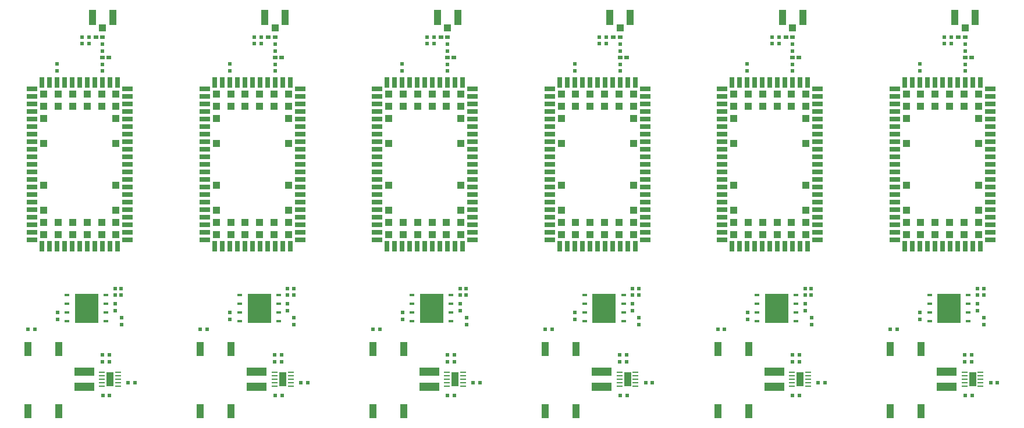
<source format=gtp>
G04*
G04 #@! TF.GenerationSoftware,Altium Limited,Altium Designer,18.0.12 (696)*
G04*
G04 Layer_Color=8421504*
%FSLAX44Y44*%
%MOMM*%
G71*
G01*
G75*
%ADD10R,1.5000X0.8000*%
%ADD11R,0.8000X1.5000*%
%ADD12R,1.1000X1.1000*%
%ADD13R,0.6000X0.5000*%
%ADD14R,3.0000X1.2000*%
%ADD15R,0.8500X0.2500*%
%ADD16R,1.0900X2.0000*%
%ADD17R,0.5500X0.6000*%
%ADD18R,0.6500X0.5000*%
%ADD19R,0.5000X0.6000*%
%ADD20R,0.6000X0.5500*%
%ADD21R,1.0000X2.0000*%
%ADD22R,3.4000X4.2000*%
%ADD23R,0.8000X0.4000*%
%ADD24R,1.0500X2.2000*%
%ADD25R,1.0000X1.0500*%
D10*
X259040Y695520D02*
D03*
Y684520D02*
D03*
Y673520D02*
D03*
Y662520D02*
D03*
Y651520D02*
D03*
Y640520D02*
D03*
Y629520D02*
D03*
Y618520D02*
D03*
Y607520D02*
D03*
Y596520D02*
D03*
Y585520D02*
D03*
Y574520D02*
D03*
Y563520D02*
D03*
Y552520D02*
D03*
Y541520D02*
D03*
Y530520D02*
D03*
Y519520D02*
D03*
Y508520D02*
D03*
Y497520D02*
D03*
Y486520D02*
D03*
Y475520D02*
D03*
X398040Y475520D02*
D03*
Y486520D02*
D03*
Y497520D02*
D03*
Y508520D02*
D03*
Y519520D02*
D03*
Y530520D02*
D03*
Y541520D02*
D03*
Y552520D02*
D03*
Y563520D02*
D03*
Y574520D02*
D03*
Y585520D02*
D03*
Y596520D02*
D03*
Y607520D02*
D03*
Y618520D02*
D03*
Y629520D02*
D03*
Y640520D02*
D03*
Y651520D02*
D03*
Y662520D02*
D03*
Y673520D02*
D03*
Y684520D02*
D03*
Y695520D02*
D03*
X510040D02*
D03*
Y684520D02*
D03*
Y673520D02*
D03*
Y662520D02*
D03*
Y651520D02*
D03*
Y640520D02*
D03*
Y629520D02*
D03*
Y618520D02*
D03*
Y607520D02*
D03*
Y596520D02*
D03*
Y585520D02*
D03*
Y574520D02*
D03*
Y563520D02*
D03*
Y552520D02*
D03*
Y541520D02*
D03*
Y530520D02*
D03*
Y519520D02*
D03*
Y508520D02*
D03*
Y497520D02*
D03*
Y486520D02*
D03*
Y475520D02*
D03*
X649040Y475520D02*
D03*
Y486520D02*
D03*
Y497520D02*
D03*
Y508520D02*
D03*
Y519520D02*
D03*
Y530520D02*
D03*
Y541520D02*
D03*
Y552520D02*
D03*
Y563520D02*
D03*
Y574520D02*
D03*
Y585520D02*
D03*
Y596520D02*
D03*
Y607520D02*
D03*
Y618520D02*
D03*
Y629520D02*
D03*
Y640520D02*
D03*
Y651520D02*
D03*
Y662520D02*
D03*
Y673520D02*
D03*
Y684520D02*
D03*
Y695520D02*
D03*
X761040D02*
D03*
Y684520D02*
D03*
Y673520D02*
D03*
Y662520D02*
D03*
Y651520D02*
D03*
Y640520D02*
D03*
Y629520D02*
D03*
Y618520D02*
D03*
Y607520D02*
D03*
Y596520D02*
D03*
Y585520D02*
D03*
Y574520D02*
D03*
Y563520D02*
D03*
Y552520D02*
D03*
Y541520D02*
D03*
Y530520D02*
D03*
Y519520D02*
D03*
Y508520D02*
D03*
Y497520D02*
D03*
Y486520D02*
D03*
Y475520D02*
D03*
X900040Y475520D02*
D03*
Y486520D02*
D03*
Y497520D02*
D03*
Y508520D02*
D03*
Y519520D02*
D03*
Y530520D02*
D03*
Y541520D02*
D03*
Y552520D02*
D03*
Y563520D02*
D03*
Y574520D02*
D03*
Y585520D02*
D03*
Y596520D02*
D03*
Y607520D02*
D03*
Y618520D02*
D03*
Y629520D02*
D03*
Y640520D02*
D03*
Y651520D02*
D03*
Y662520D02*
D03*
Y673520D02*
D03*
Y684520D02*
D03*
Y695520D02*
D03*
X1012040D02*
D03*
Y684520D02*
D03*
Y673520D02*
D03*
Y662520D02*
D03*
Y651520D02*
D03*
Y640520D02*
D03*
Y629520D02*
D03*
Y618520D02*
D03*
Y607520D02*
D03*
Y596520D02*
D03*
Y585520D02*
D03*
Y574520D02*
D03*
Y563520D02*
D03*
Y552520D02*
D03*
Y541520D02*
D03*
Y530520D02*
D03*
Y519520D02*
D03*
Y508520D02*
D03*
Y497520D02*
D03*
Y486520D02*
D03*
Y475520D02*
D03*
X1151040Y475520D02*
D03*
Y486520D02*
D03*
Y497520D02*
D03*
Y508520D02*
D03*
Y519520D02*
D03*
Y530520D02*
D03*
Y541520D02*
D03*
Y552520D02*
D03*
Y563520D02*
D03*
Y574520D02*
D03*
Y585520D02*
D03*
Y596520D02*
D03*
Y607520D02*
D03*
Y618520D02*
D03*
Y629520D02*
D03*
Y640520D02*
D03*
Y651520D02*
D03*
Y662520D02*
D03*
Y673520D02*
D03*
Y684520D02*
D03*
Y695520D02*
D03*
X1263040D02*
D03*
Y684520D02*
D03*
Y673520D02*
D03*
Y662520D02*
D03*
Y651520D02*
D03*
Y640520D02*
D03*
Y629520D02*
D03*
Y618520D02*
D03*
Y607520D02*
D03*
Y596520D02*
D03*
Y585520D02*
D03*
Y574520D02*
D03*
Y563520D02*
D03*
Y552520D02*
D03*
Y541520D02*
D03*
Y530520D02*
D03*
Y519520D02*
D03*
Y508520D02*
D03*
Y497520D02*
D03*
Y486520D02*
D03*
Y475520D02*
D03*
X1402040Y475520D02*
D03*
Y486520D02*
D03*
Y497520D02*
D03*
Y508520D02*
D03*
Y519520D02*
D03*
Y530520D02*
D03*
Y541520D02*
D03*
Y552520D02*
D03*
Y563520D02*
D03*
Y574520D02*
D03*
Y585520D02*
D03*
Y596520D02*
D03*
Y607520D02*
D03*
Y618520D02*
D03*
Y629520D02*
D03*
Y640520D02*
D03*
Y651520D02*
D03*
Y662520D02*
D03*
Y673520D02*
D03*
Y684520D02*
D03*
Y695520D02*
D03*
X1514040D02*
D03*
Y684520D02*
D03*
Y673520D02*
D03*
Y662520D02*
D03*
Y651520D02*
D03*
Y640520D02*
D03*
Y629520D02*
D03*
Y618520D02*
D03*
Y607520D02*
D03*
Y596520D02*
D03*
Y585520D02*
D03*
Y574520D02*
D03*
Y563520D02*
D03*
Y552520D02*
D03*
Y541520D02*
D03*
Y530520D02*
D03*
Y519520D02*
D03*
Y508520D02*
D03*
Y497520D02*
D03*
Y486520D02*
D03*
Y475520D02*
D03*
X1653040Y475520D02*
D03*
Y486520D02*
D03*
Y497520D02*
D03*
Y508520D02*
D03*
Y519520D02*
D03*
Y530520D02*
D03*
Y541520D02*
D03*
Y552520D02*
D03*
Y563520D02*
D03*
Y574520D02*
D03*
Y585520D02*
D03*
Y596520D02*
D03*
Y607520D02*
D03*
Y618520D02*
D03*
Y629520D02*
D03*
Y640520D02*
D03*
Y651520D02*
D03*
Y662520D02*
D03*
Y673520D02*
D03*
Y684520D02*
D03*
Y695520D02*
D03*
D11*
X273540Y466020D02*
D03*
X284540D02*
D03*
X295540D02*
D03*
X306540D02*
D03*
X317540D02*
D03*
X328540D02*
D03*
X339540D02*
D03*
X350540D02*
D03*
X361540D02*
D03*
X372540D02*
D03*
X383540D02*
D03*
Y705020D02*
D03*
X372540D02*
D03*
X361540D02*
D03*
X350540D02*
D03*
X339540D02*
D03*
X328540D02*
D03*
X317540D02*
D03*
X306540D02*
D03*
X295540D02*
D03*
X284540D02*
D03*
X273540D02*
D03*
X524540Y466020D02*
D03*
X535540D02*
D03*
X546540D02*
D03*
X557540D02*
D03*
X568540D02*
D03*
X579540D02*
D03*
X590540D02*
D03*
X601540D02*
D03*
X612540D02*
D03*
X623540D02*
D03*
X634540D02*
D03*
Y705020D02*
D03*
X623540D02*
D03*
X612540D02*
D03*
X601540D02*
D03*
X590540D02*
D03*
X579540D02*
D03*
X568540D02*
D03*
X557540D02*
D03*
X546540D02*
D03*
X535540D02*
D03*
X524540D02*
D03*
X775540Y466020D02*
D03*
X786540D02*
D03*
X797540D02*
D03*
X808540D02*
D03*
X819540D02*
D03*
X830540D02*
D03*
X841540D02*
D03*
X852540D02*
D03*
X863540D02*
D03*
X874540D02*
D03*
X885540D02*
D03*
Y705020D02*
D03*
X874540D02*
D03*
X863540D02*
D03*
X852540D02*
D03*
X841540D02*
D03*
X830540D02*
D03*
X819540D02*
D03*
X808540D02*
D03*
X797540D02*
D03*
X786540D02*
D03*
X775540D02*
D03*
X1026540Y466020D02*
D03*
X1037540D02*
D03*
X1048540D02*
D03*
X1059540D02*
D03*
X1070540D02*
D03*
X1081540D02*
D03*
X1092540D02*
D03*
X1103540D02*
D03*
X1114540D02*
D03*
X1125540D02*
D03*
X1136540D02*
D03*
Y705020D02*
D03*
X1125540D02*
D03*
X1114540D02*
D03*
X1103540D02*
D03*
X1092540D02*
D03*
X1081540D02*
D03*
X1070540D02*
D03*
X1059540D02*
D03*
X1048540D02*
D03*
X1037540D02*
D03*
X1026540D02*
D03*
X1277540Y466020D02*
D03*
X1288540D02*
D03*
X1299540D02*
D03*
X1310540D02*
D03*
X1321540D02*
D03*
X1332540D02*
D03*
X1343540D02*
D03*
X1354540D02*
D03*
X1365540D02*
D03*
X1376540D02*
D03*
X1387540D02*
D03*
Y705020D02*
D03*
X1376540D02*
D03*
X1365540D02*
D03*
X1354540D02*
D03*
X1343540D02*
D03*
X1332540D02*
D03*
X1321540D02*
D03*
X1310540D02*
D03*
X1299540D02*
D03*
X1288540D02*
D03*
X1277540D02*
D03*
X1528540Y466020D02*
D03*
X1539540D02*
D03*
X1550540D02*
D03*
X1561540D02*
D03*
X1572540D02*
D03*
X1583540D02*
D03*
X1594540D02*
D03*
X1605540D02*
D03*
X1616540D02*
D03*
X1627540D02*
D03*
X1638540D02*
D03*
Y705020D02*
D03*
X1627540D02*
D03*
X1616540D02*
D03*
X1605540D02*
D03*
X1594540D02*
D03*
X1583540D02*
D03*
X1572540D02*
D03*
X1561540D02*
D03*
X1550540D02*
D03*
X1539540D02*
D03*
X1528540D02*
D03*
D12*
X276040Y688020D02*
D03*
Y670020D02*
D03*
Y652020D02*
D03*
Y616020D02*
D03*
Y555020D02*
D03*
Y519020D02*
D03*
Y501020D02*
D03*
Y483020D02*
D03*
X297040D02*
D03*
X318040D02*
D03*
X339040D02*
D03*
X360040D02*
D03*
X381040D02*
D03*
Y501020D02*
D03*
X360040D02*
D03*
X339040D02*
D03*
X318040D02*
D03*
X297040D02*
D03*
X381040Y519020D02*
D03*
Y555020D02*
D03*
Y616020D02*
D03*
Y652020D02*
D03*
X297040Y670020D02*
D03*
X318040D02*
D03*
X339040D02*
D03*
X360040D02*
D03*
X381040D02*
D03*
Y688020D02*
D03*
X360040D02*
D03*
X339040D02*
D03*
X318040D02*
D03*
X297040D02*
D03*
X527040D02*
D03*
Y670020D02*
D03*
Y652020D02*
D03*
Y616020D02*
D03*
Y555020D02*
D03*
Y519020D02*
D03*
Y501020D02*
D03*
Y483020D02*
D03*
X548040D02*
D03*
X569040D02*
D03*
X590040D02*
D03*
X611040D02*
D03*
X632040D02*
D03*
Y501020D02*
D03*
X611040D02*
D03*
X590040D02*
D03*
X569040D02*
D03*
X548040D02*
D03*
X632040Y519020D02*
D03*
Y555020D02*
D03*
Y616020D02*
D03*
Y652020D02*
D03*
X548040Y670020D02*
D03*
X569040D02*
D03*
X590040D02*
D03*
X611040D02*
D03*
X632040D02*
D03*
Y688020D02*
D03*
X611040D02*
D03*
X590040D02*
D03*
X569040D02*
D03*
X548040D02*
D03*
X778040D02*
D03*
Y670020D02*
D03*
Y652020D02*
D03*
Y616020D02*
D03*
Y555020D02*
D03*
Y519020D02*
D03*
Y501020D02*
D03*
Y483020D02*
D03*
X799040D02*
D03*
X820040D02*
D03*
X841040D02*
D03*
X862040D02*
D03*
X883040D02*
D03*
Y501020D02*
D03*
X862040D02*
D03*
X841040D02*
D03*
X820040D02*
D03*
X799040D02*
D03*
X883040Y519020D02*
D03*
Y555020D02*
D03*
Y616020D02*
D03*
Y652020D02*
D03*
X799040Y670020D02*
D03*
X820040D02*
D03*
X841040D02*
D03*
X862040D02*
D03*
X883040D02*
D03*
Y688020D02*
D03*
X862040D02*
D03*
X841040D02*
D03*
X820040D02*
D03*
X799040D02*
D03*
X1029040D02*
D03*
Y670020D02*
D03*
Y652020D02*
D03*
Y616020D02*
D03*
Y555020D02*
D03*
Y519020D02*
D03*
Y501020D02*
D03*
Y483020D02*
D03*
X1050040D02*
D03*
X1071040D02*
D03*
X1092040D02*
D03*
X1113040D02*
D03*
X1134040D02*
D03*
Y501020D02*
D03*
X1113040D02*
D03*
X1092040D02*
D03*
X1071040D02*
D03*
X1050040D02*
D03*
X1134040Y519020D02*
D03*
Y555020D02*
D03*
Y616020D02*
D03*
Y652020D02*
D03*
X1050040Y670020D02*
D03*
X1071040D02*
D03*
X1092040D02*
D03*
X1113040D02*
D03*
X1134040D02*
D03*
Y688020D02*
D03*
X1113040D02*
D03*
X1092040D02*
D03*
X1071040D02*
D03*
X1050040D02*
D03*
X1280040D02*
D03*
Y670020D02*
D03*
Y652020D02*
D03*
Y616020D02*
D03*
Y555020D02*
D03*
Y519020D02*
D03*
Y501020D02*
D03*
Y483020D02*
D03*
X1301040D02*
D03*
X1322040D02*
D03*
X1343040D02*
D03*
X1364040D02*
D03*
X1385040D02*
D03*
Y501020D02*
D03*
X1364040D02*
D03*
X1343040D02*
D03*
X1322040D02*
D03*
X1301040D02*
D03*
X1385040Y519020D02*
D03*
Y555020D02*
D03*
Y616020D02*
D03*
Y652020D02*
D03*
X1301040Y670020D02*
D03*
X1322040D02*
D03*
X1343040D02*
D03*
X1364040D02*
D03*
X1385040D02*
D03*
Y688020D02*
D03*
X1364040D02*
D03*
X1343040D02*
D03*
X1322040D02*
D03*
X1301040D02*
D03*
X1531040D02*
D03*
Y670020D02*
D03*
Y652020D02*
D03*
Y616020D02*
D03*
Y555020D02*
D03*
Y519020D02*
D03*
Y501020D02*
D03*
Y483020D02*
D03*
X1552040D02*
D03*
X1573040D02*
D03*
X1594040D02*
D03*
X1615040D02*
D03*
X1636040D02*
D03*
Y501020D02*
D03*
X1615040D02*
D03*
X1594040D02*
D03*
X1573040D02*
D03*
X1552040D02*
D03*
X1636040Y519020D02*
D03*
Y555020D02*
D03*
Y616020D02*
D03*
Y652020D02*
D03*
X1552040Y670020D02*
D03*
X1573040D02*
D03*
X1594040D02*
D03*
X1615040D02*
D03*
X1636040D02*
D03*
Y688020D02*
D03*
X1615040D02*
D03*
X1594040D02*
D03*
X1573040D02*
D03*
X1552040D02*
D03*
D13*
X361250Y307500D02*
D03*
X371250D02*
D03*
X361250Y297500D02*
D03*
X371250D02*
D03*
X398750Y267000D02*
D03*
X408750D02*
D03*
X361750Y248250D02*
D03*
X371750D02*
D03*
X612250Y307500D02*
D03*
X622250D02*
D03*
X612250Y297500D02*
D03*
X622250D02*
D03*
X649750Y267000D02*
D03*
X659750D02*
D03*
X612750Y248250D02*
D03*
X622750D02*
D03*
X863250Y307500D02*
D03*
X873250D02*
D03*
X863250Y297500D02*
D03*
X873250D02*
D03*
X900750Y267000D02*
D03*
X910750D02*
D03*
X863750Y248250D02*
D03*
X873750D02*
D03*
X1114250Y307500D02*
D03*
X1124250D02*
D03*
X1114250Y297500D02*
D03*
X1124250D02*
D03*
X1151750Y267000D02*
D03*
X1161750D02*
D03*
X1114750Y248250D02*
D03*
X1124750D02*
D03*
X1365250Y307500D02*
D03*
X1375250D02*
D03*
X1365250Y297500D02*
D03*
X1375250D02*
D03*
X1402750Y267000D02*
D03*
X1412750D02*
D03*
X1365750Y248250D02*
D03*
X1375750D02*
D03*
X1616250Y307500D02*
D03*
X1626250D02*
D03*
X1616250Y297500D02*
D03*
X1626250D02*
D03*
X1653750Y267000D02*
D03*
X1663750D02*
D03*
X1616750Y248250D02*
D03*
X1626750D02*
D03*
D14*
X335000Y261650D02*
D03*
Y283350D02*
D03*
X586000Y261650D02*
D03*
Y283350D02*
D03*
X837000Y261650D02*
D03*
Y283350D02*
D03*
X1088000Y261650D02*
D03*
Y283350D02*
D03*
X1339000Y261650D02*
D03*
Y283350D02*
D03*
X1590000Y261650D02*
D03*
Y283350D02*
D03*
D15*
X360800Y282500D02*
D03*
Y277500D02*
D03*
Y272500D02*
D03*
Y267500D02*
D03*
Y262500D02*
D03*
X384200Y282500D02*
D03*
Y277500D02*
D03*
Y272500D02*
D03*
Y267500D02*
D03*
Y262500D02*
D03*
X611800Y282500D02*
D03*
Y277500D02*
D03*
Y272500D02*
D03*
Y267500D02*
D03*
Y262500D02*
D03*
X635200Y282500D02*
D03*
Y277500D02*
D03*
Y272500D02*
D03*
Y267500D02*
D03*
Y262500D02*
D03*
X862800Y282500D02*
D03*
Y277500D02*
D03*
Y272500D02*
D03*
Y267500D02*
D03*
Y262500D02*
D03*
X886200Y282500D02*
D03*
Y277500D02*
D03*
Y272500D02*
D03*
Y267500D02*
D03*
Y262500D02*
D03*
X1113800Y282500D02*
D03*
Y277500D02*
D03*
Y272500D02*
D03*
Y267500D02*
D03*
Y262500D02*
D03*
X1137200Y282500D02*
D03*
Y277500D02*
D03*
Y272500D02*
D03*
Y267500D02*
D03*
Y262500D02*
D03*
X1364800Y282500D02*
D03*
Y277500D02*
D03*
Y272500D02*
D03*
Y267500D02*
D03*
Y262500D02*
D03*
X1388200Y282500D02*
D03*
Y277500D02*
D03*
Y272500D02*
D03*
Y267500D02*
D03*
Y262500D02*
D03*
X1615800Y282500D02*
D03*
Y277500D02*
D03*
Y272500D02*
D03*
Y267500D02*
D03*
Y262500D02*
D03*
X1639200Y282500D02*
D03*
Y277500D02*
D03*
Y272500D02*
D03*
Y267500D02*
D03*
Y262500D02*
D03*
D16*
X372500Y272500D02*
D03*
X623500D02*
D03*
X874500D02*
D03*
X1125500D02*
D03*
X1376500D02*
D03*
X1627500D02*
D03*
D17*
X361560Y731490D02*
D03*
Y721490D02*
D03*
X295500Y732000D02*
D03*
Y722000D02*
D03*
X341750Y761250D02*
D03*
Y771250D02*
D03*
X612560Y731490D02*
D03*
Y721490D02*
D03*
X546500Y732000D02*
D03*
Y722000D02*
D03*
X592750Y761250D02*
D03*
Y771250D02*
D03*
X863560Y731490D02*
D03*
Y721490D02*
D03*
X797500Y732000D02*
D03*
Y722000D02*
D03*
X843750Y761250D02*
D03*
Y771250D02*
D03*
X1114560Y731490D02*
D03*
Y721490D02*
D03*
X1048500Y732000D02*
D03*
Y722000D02*
D03*
X1094750Y761250D02*
D03*
Y771250D02*
D03*
X1365560Y731490D02*
D03*
Y721490D02*
D03*
X1299500Y732000D02*
D03*
Y722000D02*
D03*
X1345750Y761250D02*
D03*
Y771250D02*
D03*
X1616560Y731490D02*
D03*
Y721490D02*
D03*
X1550500Y732000D02*
D03*
Y722000D02*
D03*
X1596750Y761250D02*
D03*
Y771250D02*
D03*
D18*
X361500Y741000D02*
D03*
X371000D02*
D03*
X361500Y771250D02*
D03*
X352000D02*
D03*
X612500Y741000D02*
D03*
X622000D02*
D03*
X612500Y771250D02*
D03*
X603000D02*
D03*
X863500Y741000D02*
D03*
X873000D02*
D03*
X863500Y771250D02*
D03*
X854000D02*
D03*
X1114500Y741000D02*
D03*
X1124000D02*
D03*
X1114500Y771250D02*
D03*
X1105000D02*
D03*
X1365500Y741000D02*
D03*
X1375000D02*
D03*
X1365500Y771250D02*
D03*
X1356000D02*
D03*
X1616500Y741000D02*
D03*
X1626000D02*
D03*
X1616500Y771250D02*
D03*
X1607000D02*
D03*
D19*
X361500Y750500D02*
D03*
Y760500D02*
D03*
X331500Y771250D02*
D03*
Y761250D02*
D03*
X389250Y352250D02*
D03*
Y362250D02*
D03*
X379750Y372000D02*
D03*
Y382000D02*
D03*
Y404750D02*
D03*
Y394750D02*
D03*
X296000Y359500D02*
D03*
Y369500D02*
D03*
X388750Y404750D02*
D03*
Y394750D02*
D03*
X612500Y750500D02*
D03*
Y760500D02*
D03*
X582500Y771250D02*
D03*
Y761250D02*
D03*
X640250Y352250D02*
D03*
Y362250D02*
D03*
X630750Y372000D02*
D03*
Y382000D02*
D03*
Y404750D02*
D03*
Y394750D02*
D03*
X547000Y359500D02*
D03*
Y369500D02*
D03*
X639750Y404750D02*
D03*
Y394750D02*
D03*
X863500Y750500D02*
D03*
Y760500D02*
D03*
X833500Y771250D02*
D03*
Y761250D02*
D03*
X891250Y352250D02*
D03*
Y362250D02*
D03*
X881750Y372000D02*
D03*
Y382000D02*
D03*
Y404750D02*
D03*
Y394750D02*
D03*
X798000Y359500D02*
D03*
Y369500D02*
D03*
X890750Y404750D02*
D03*
Y394750D02*
D03*
X1114500Y750500D02*
D03*
Y760500D02*
D03*
X1084500Y771250D02*
D03*
Y761250D02*
D03*
X1142250Y352250D02*
D03*
Y362250D02*
D03*
X1132750Y372000D02*
D03*
Y382000D02*
D03*
Y404750D02*
D03*
Y394750D02*
D03*
X1049000Y359500D02*
D03*
Y369500D02*
D03*
X1141750Y404750D02*
D03*
Y394750D02*
D03*
X1365500Y750500D02*
D03*
Y760500D02*
D03*
X1335500Y771250D02*
D03*
Y761250D02*
D03*
X1393250Y352250D02*
D03*
Y362250D02*
D03*
X1383750Y372000D02*
D03*
Y382000D02*
D03*
Y404750D02*
D03*
Y394750D02*
D03*
X1300000Y359500D02*
D03*
Y369500D02*
D03*
X1392750Y404750D02*
D03*
Y394750D02*
D03*
X1616500Y750500D02*
D03*
Y760500D02*
D03*
X1586500Y771250D02*
D03*
Y761250D02*
D03*
X1644250Y352250D02*
D03*
Y362250D02*
D03*
X1634750Y372000D02*
D03*
Y382000D02*
D03*
Y404750D02*
D03*
Y394750D02*
D03*
X1551000Y359500D02*
D03*
Y369500D02*
D03*
X1643750Y404750D02*
D03*
Y394750D02*
D03*
D20*
X262750Y345250D02*
D03*
X252750D02*
D03*
X513750D02*
D03*
X503750D02*
D03*
X764750D02*
D03*
X754750D02*
D03*
X1015750D02*
D03*
X1005750D02*
D03*
X1266750D02*
D03*
X1256750D02*
D03*
X1517750D02*
D03*
X1507750D02*
D03*
D21*
X297750Y226000D02*
D03*
X252750D02*
D03*
X297750Y316000D02*
D03*
X252750D02*
D03*
X548750Y226000D02*
D03*
X503750D02*
D03*
X548750Y316000D02*
D03*
X503750D02*
D03*
X799750Y226000D02*
D03*
X754750D02*
D03*
X799750Y316000D02*
D03*
X754750D02*
D03*
X1050750Y226000D02*
D03*
X1005750D02*
D03*
X1050750Y316000D02*
D03*
X1005750D02*
D03*
X1301750Y226000D02*
D03*
X1256750D02*
D03*
X1301750Y316000D02*
D03*
X1256750D02*
D03*
X1552750Y226000D02*
D03*
X1507750D02*
D03*
X1552750Y316000D02*
D03*
X1507750D02*
D03*
D22*
X338500Y375750D02*
D03*
X589500D02*
D03*
X840500D02*
D03*
X1091500D02*
D03*
X1342500D02*
D03*
X1593500D02*
D03*
D23*
X366500Y394800D02*
D03*
X366500Y382100D02*
D03*
Y369400D02*
D03*
X366500Y356700D02*
D03*
X310000D02*
D03*
Y369400D02*
D03*
Y382100D02*
D03*
Y394800D02*
D03*
X617500D02*
D03*
X617500Y382100D02*
D03*
Y369400D02*
D03*
X617500Y356700D02*
D03*
X561000D02*
D03*
Y369400D02*
D03*
Y382100D02*
D03*
Y394800D02*
D03*
X868500D02*
D03*
X868500Y382100D02*
D03*
Y369400D02*
D03*
X868500Y356700D02*
D03*
X812000D02*
D03*
Y369400D02*
D03*
Y382100D02*
D03*
Y394800D02*
D03*
X1119500D02*
D03*
X1119500Y382100D02*
D03*
Y369400D02*
D03*
X1119500Y356700D02*
D03*
X1063000D02*
D03*
Y369400D02*
D03*
Y382100D02*
D03*
Y394800D02*
D03*
X1370500D02*
D03*
X1370500Y382100D02*
D03*
Y369400D02*
D03*
X1370500Y356700D02*
D03*
X1314000D02*
D03*
Y369400D02*
D03*
Y382100D02*
D03*
Y394800D02*
D03*
X1621500D02*
D03*
X1621500Y382100D02*
D03*
Y369400D02*
D03*
X1621500Y356700D02*
D03*
X1565000D02*
D03*
Y369400D02*
D03*
Y382100D02*
D03*
Y394800D02*
D03*
D24*
X376250Y799500D02*
D03*
X346750D02*
D03*
X627250D02*
D03*
X597750D02*
D03*
X878250D02*
D03*
X848750D02*
D03*
X1129250D02*
D03*
X1099750D02*
D03*
X1380250D02*
D03*
X1350750D02*
D03*
X1631250D02*
D03*
X1601750D02*
D03*
D25*
X361500Y784250D02*
D03*
X612500D02*
D03*
X863500D02*
D03*
X1114500D02*
D03*
X1365500D02*
D03*
X1616500D02*
D03*
M02*

</source>
